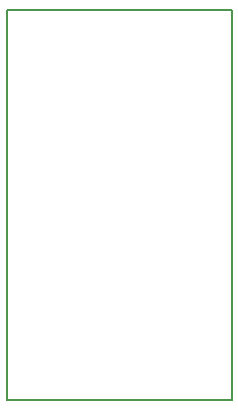
<source format=gm1>
%TF.GenerationSoftware,KiCad,Pcbnew,4.0.1-2.fc23-product*%
%TF.CreationDate,2016-03-22T23:12:51+01:00*%
%TF.ProjectId,router_board_v1,726F757465725F626F6172645F76312E,rev?*%
%TF.FileFunction,Profile,NP*%
%FSLAX46Y46*%
G04 Gerber Fmt 4.6, Leading zero omitted, Abs format (unit mm)*
G04 Created by KiCad (PCBNEW 4.0.1-2.fc23-product) date Tue 22 Mar 2016 11:12:51 PM CET*
%MOMM*%
G01*
G04 APERTURE LIST*
%ADD10C,0.100000*%
%ADD11C,0.150000*%
G04 APERTURE END LIST*
D10*
D11*
X19050000Y33020000D02*
X0Y33020000D01*
X0Y0D02*
X19050000Y0D01*
X0Y33020000D02*
X0Y0D01*
X19050000Y0D02*
X19050000Y33020000D01*
M02*

</source>
